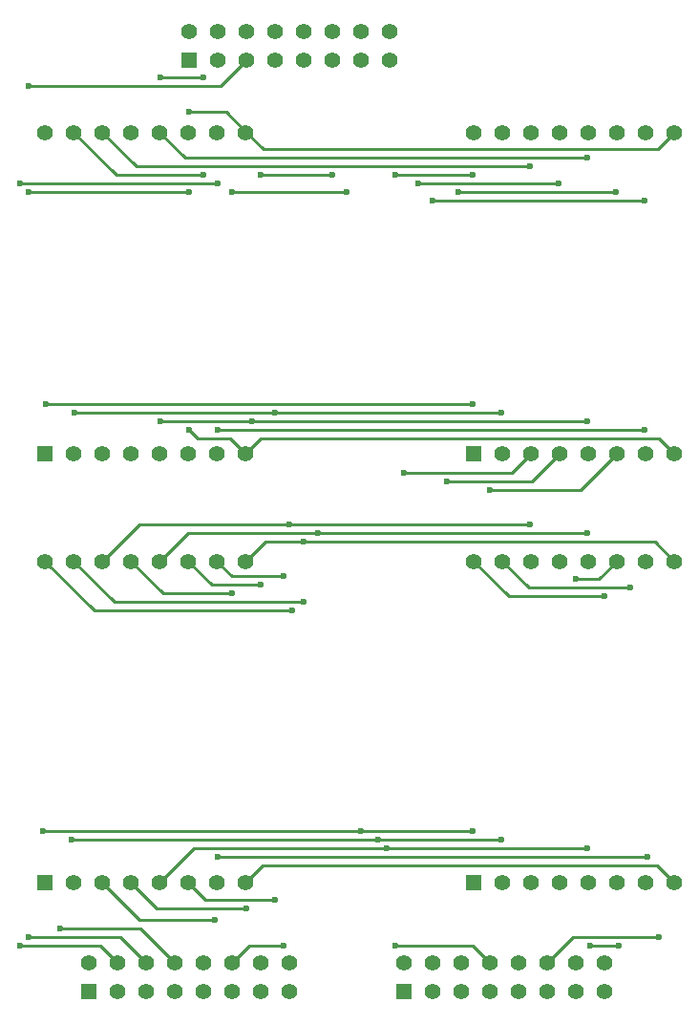
<source format=gbr>
G04 #@! TF.FileFunction,Copper,L1,Top,Signal*
%FSLAX46Y46*%
G04 Gerber Fmt 4.6, Leading zero omitted, Abs format (unit mm)*
G04 Created by KiCad (PCBNEW 4.0.7) date 05/27/21 16:33:05*
%MOMM*%
%LPD*%
G01*
G04 APERTURE LIST*
%ADD10C,0.100000*%
%ADD11R,1.400000X1.400000*%
%ADD12C,1.400000*%
%ADD13C,0.600000*%
%ADD14C,0.250000*%
G04 APERTURE END LIST*
D10*
D11*
X63972000Y-138908000D03*
D12*
X63972000Y-136368000D03*
X66512000Y-138908000D03*
X66512000Y-136368000D03*
X69052000Y-138908000D03*
X69052000Y-136368000D03*
X71592000Y-138908000D03*
X71592000Y-136368000D03*
X74132000Y-138908000D03*
X74132000Y-136368000D03*
X76672000Y-138908000D03*
X76672000Y-136368000D03*
X79212000Y-138908000D03*
X79212000Y-136368000D03*
X81752000Y-138908000D03*
X81752000Y-136368000D03*
D11*
X91912000Y-138908000D03*
D12*
X91912000Y-136368000D03*
X94452000Y-138908000D03*
X94452000Y-136368000D03*
X96992000Y-138908000D03*
X96992000Y-136368000D03*
X99532000Y-138908000D03*
X99532000Y-136368000D03*
X102072000Y-138908000D03*
X102072000Y-136368000D03*
X104612000Y-138908000D03*
X104612000Y-136368000D03*
X107152000Y-138908000D03*
X107152000Y-136368000D03*
X109692000Y-138908000D03*
X109692000Y-136368000D03*
D11*
X72862000Y-56358000D03*
D12*
X72862000Y-53818000D03*
X75402000Y-56358000D03*
X75402000Y-53818000D03*
X77942000Y-56358000D03*
X77942000Y-53818000D03*
X80482000Y-56358000D03*
X80482000Y-53818000D03*
X83022000Y-56358000D03*
X83022000Y-53818000D03*
X85562000Y-56358000D03*
X85562000Y-53818000D03*
X88102000Y-56358000D03*
X88102000Y-53818000D03*
X90642000Y-56358000D03*
X90642000Y-53818000D03*
D11*
X60110000Y-91250000D03*
D12*
X62650000Y-91250000D03*
X65190000Y-91250000D03*
X67730000Y-91250000D03*
X70270000Y-91250000D03*
X72810000Y-91250000D03*
X75350000Y-91250000D03*
X77890000Y-91250000D03*
X77890000Y-62750000D03*
X75350000Y-62750000D03*
X72810000Y-62750000D03*
X70270000Y-62750000D03*
X67730000Y-62750000D03*
X65190000Y-62750000D03*
X62650000Y-62750000D03*
X60110000Y-62750000D03*
D11*
X60110000Y-129250000D03*
D12*
X62650000Y-129250000D03*
X65190000Y-129250000D03*
X67730000Y-129250000D03*
X70270000Y-129250000D03*
X72810000Y-129250000D03*
X75350000Y-129250000D03*
X77890000Y-129250000D03*
X77890000Y-100750000D03*
X75350000Y-100750000D03*
X72810000Y-100750000D03*
X70270000Y-100750000D03*
X67730000Y-100750000D03*
X65190000Y-100750000D03*
X62650000Y-100750000D03*
X60110000Y-100750000D03*
D11*
X98110000Y-91250000D03*
D12*
X100650000Y-91250000D03*
X103190000Y-91250000D03*
X105730000Y-91250000D03*
X108270000Y-91250000D03*
X110810000Y-91250000D03*
X113350000Y-91250000D03*
X115890000Y-91250000D03*
X115890000Y-62750000D03*
X113350000Y-62750000D03*
X110810000Y-62750000D03*
X108270000Y-62750000D03*
X105730000Y-62750000D03*
X103190000Y-62750000D03*
X100650000Y-62750000D03*
X98110000Y-62750000D03*
D11*
X98110000Y-129250000D03*
D12*
X100650000Y-129250000D03*
X103190000Y-129250000D03*
X105730000Y-129250000D03*
X108270000Y-129250000D03*
X110810000Y-129250000D03*
X113350000Y-129250000D03*
X115890000Y-129250000D03*
X115890000Y-100750000D03*
X113350000Y-100750000D03*
X110810000Y-100750000D03*
X108270000Y-100750000D03*
X105730000Y-100750000D03*
X103190000Y-100750000D03*
X100650000Y-100750000D03*
X98110000Y-100750000D03*
D13*
X75402000Y-67280000D03*
X57876000Y-67280000D03*
X57876000Y-134844000D03*
X72862000Y-68042000D03*
X58638000Y-68042000D03*
X58638000Y-134082000D03*
X74132000Y-66518000D03*
X61432000Y-133320000D03*
X76672000Y-103602000D03*
X75148000Y-132558000D03*
X77942000Y-131542000D03*
X81244000Y-102078000D03*
X81244000Y-134844000D03*
X80482000Y-130780000D03*
X79212000Y-102840000D03*
X83022000Y-104364000D03*
X82006000Y-105126000D03*
X105628000Y-67280000D03*
X93182000Y-67280000D03*
X91912000Y-92934000D03*
X95722000Y-93696000D03*
X113248000Y-68804000D03*
X94452000Y-68804000D03*
X99532000Y-94458000D03*
X110708000Y-68042000D03*
X96738000Y-68042000D03*
X91150000Y-134844000D03*
X98008000Y-66518000D03*
X91150000Y-66518000D03*
X114518000Y-134082000D03*
X110962000Y-134844000D03*
X108422000Y-134844000D03*
X107152000Y-102332000D03*
X111978000Y-103094000D03*
X109692000Y-103856000D03*
X72862000Y-60930000D03*
X103088000Y-65756000D03*
X72862000Y-89124000D03*
X108168000Y-64994000D03*
X70322000Y-57882000D03*
X74132000Y-57882000D03*
X58638000Y-58644000D03*
X98008000Y-86838000D03*
X60162000Y-86838000D03*
X113248000Y-89124000D03*
X75402000Y-89124000D03*
X80482000Y-87600000D03*
X100548000Y-87600000D03*
X62702000Y-87600000D03*
X78450000Y-88362000D03*
X108168000Y-88362000D03*
X70322000Y-88362000D03*
X83022000Y-99030000D03*
X81752000Y-97506000D03*
X103088000Y-97506000D03*
X85562000Y-66518000D03*
X79212000Y-66518000D03*
X84292000Y-98268000D03*
X108168000Y-98268000D03*
X88102000Y-124684000D03*
X98008000Y-124684000D03*
X59908000Y-124684000D03*
X86832000Y-68042000D03*
X76672000Y-68042000D03*
X113502000Y-126970000D03*
X75402000Y-126970000D03*
X89626000Y-125446000D03*
X62448000Y-125446000D03*
X100548000Y-125446000D03*
X90388000Y-126208000D03*
X108168000Y-126208000D03*
D14*
X57876000Y-67280000D02*
X75402000Y-67280000D01*
X66512000Y-136368000D02*
X64988000Y-134844000D01*
X64988000Y-134844000D02*
X57876000Y-134844000D01*
X58638000Y-134082000D02*
X66766000Y-134082000D01*
X66766000Y-134082000D02*
X69052000Y-136368000D01*
X58638000Y-68042000D02*
X72862000Y-68042000D01*
X74132000Y-66518000D02*
X66418000Y-66518000D01*
X66418000Y-66518000D02*
X62650000Y-62750000D01*
X61432000Y-133320000D02*
X68544000Y-133320000D01*
X68544000Y-133320000D02*
X71592000Y-136368000D01*
X76672000Y-103602000D02*
X70582000Y-103602000D01*
X70582000Y-103602000D02*
X67730000Y-100750000D01*
X75148000Y-132558000D02*
X68498000Y-132558000D01*
X68498000Y-132558000D02*
X65190000Y-129250000D01*
X77942000Y-131542000D02*
X70022000Y-131542000D01*
X70022000Y-131542000D02*
X67730000Y-129250000D01*
X81244000Y-134844000D02*
X78196000Y-134844000D01*
X78196000Y-134844000D02*
X76672000Y-136368000D01*
X81244000Y-102078000D02*
X76678000Y-102078000D01*
X76678000Y-102078000D02*
X75350000Y-100750000D01*
X80482000Y-130780000D02*
X74340000Y-130780000D01*
X74340000Y-130780000D02*
X72810000Y-129250000D01*
X79212000Y-102840000D02*
X74900000Y-102840000D01*
X74900000Y-102840000D02*
X72810000Y-100750000D01*
X83022000Y-104364000D02*
X66264000Y-104364000D01*
X66264000Y-104364000D02*
X62650000Y-100750000D01*
X82006000Y-105126000D02*
X64486000Y-105126000D01*
X64486000Y-105126000D02*
X60110000Y-100750000D01*
X93182000Y-67280000D02*
X105628000Y-67280000D01*
X91912000Y-92934000D02*
X101506000Y-92934000D01*
X101506000Y-92934000D02*
X103190000Y-91250000D01*
X95722000Y-93696000D02*
X103284000Y-93696000D01*
X103284000Y-93696000D02*
X105730000Y-91250000D01*
X94452000Y-68804000D02*
X113248000Y-68804000D01*
X99532000Y-94458000D02*
X107602000Y-94458000D01*
X107602000Y-94458000D02*
X110810000Y-91250000D01*
X96738000Y-68042000D02*
X110708000Y-68042000D01*
X98008000Y-134844000D02*
X99532000Y-136368000D01*
X91150000Y-134844000D02*
X98008000Y-134844000D01*
X91150000Y-66518000D02*
X98008000Y-66518000D01*
X114518000Y-134082000D02*
X106898000Y-134082000D01*
X106898000Y-134082000D02*
X104612000Y-136368000D01*
X108422000Y-134844000D02*
X110962000Y-134844000D01*
X107152000Y-102332000D02*
X109228000Y-102332000D01*
X109228000Y-102332000D02*
X110810000Y-100750000D01*
X111978000Y-103094000D02*
X102994000Y-103094000D01*
X102994000Y-103094000D02*
X100650000Y-100750000D01*
X109692000Y-103856000D02*
X101216000Y-103856000D01*
X101216000Y-103856000D02*
X98110000Y-100750000D01*
X77890000Y-62750000D02*
X77890000Y-62656000D01*
X77890000Y-62656000D02*
X76164000Y-60930000D01*
X76164000Y-60930000D02*
X72862000Y-60930000D01*
X77890000Y-62750000D02*
X77984000Y-62750000D01*
X77984000Y-62750000D02*
X79466000Y-64232000D01*
X79466000Y-64232000D02*
X114408000Y-64232000D01*
X114408000Y-64232000D02*
X115890000Y-62750000D01*
X103088000Y-65756000D02*
X68196000Y-65756000D01*
X68196000Y-65756000D02*
X65190000Y-62750000D01*
X76526000Y-89886000D02*
X77890000Y-91250000D01*
X73624000Y-89886000D02*
X76526000Y-89886000D01*
X72862000Y-89124000D02*
X73624000Y-89886000D01*
X77890000Y-91250000D02*
X77890000Y-91208000D01*
X77890000Y-91208000D02*
X79212000Y-89886000D01*
X79212000Y-89886000D02*
X114526000Y-89886000D01*
X114526000Y-89886000D02*
X115890000Y-91250000D01*
X108168000Y-64994000D02*
X72514000Y-64994000D01*
X72514000Y-64994000D02*
X70270000Y-62750000D01*
X74132000Y-57882000D02*
X70322000Y-57882000D01*
X58638000Y-58644000D02*
X75656000Y-58644000D01*
X75656000Y-58644000D02*
X77942000Y-56358000D01*
X60162000Y-86838000D02*
X98008000Y-86838000D01*
X75402000Y-89124000D02*
X113248000Y-89124000D01*
X62702000Y-87600000D02*
X80482000Y-87600000D01*
X80482000Y-87600000D02*
X100548000Y-87600000D01*
X70322000Y-88362000D02*
X78450000Y-88362000D01*
X78450000Y-88362000D02*
X108168000Y-88362000D01*
X79610000Y-99030000D02*
X77890000Y-100750000D01*
X79610000Y-99030000D02*
X83022000Y-99030000D01*
X83022000Y-99030000D02*
X114170000Y-99030000D01*
X114170000Y-99030000D02*
X115890000Y-100750000D01*
X81752000Y-97506000D02*
X68434000Y-97506000D01*
X68434000Y-97506000D02*
X65190000Y-100750000D01*
X81752000Y-97506000D02*
X103088000Y-97506000D01*
X79212000Y-66518000D02*
X85562000Y-66518000D01*
X79408000Y-127732000D02*
X114372000Y-127732000D01*
X114372000Y-127732000D02*
X115890000Y-129250000D01*
X79408000Y-127732000D02*
X77890000Y-129250000D01*
X84292000Y-98268000D02*
X72752000Y-98268000D01*
X72752000Y-98268000D02*
X70270000Y-100750000D01*
X84292000Y-98268000D02*
X108168000Y-98268000D01*
X59908000Y-124684000D02*
X88102000Y-124684000D01*
X88102000Y-124684000D02*
X98008000Y-124684000D01*
X76672000Y-68042000D02*
X86832000Y-68042000D01*
X75402000Y-126970000D02*
X113502000Y-126970000D01*
X62448000Y-125446000D02*
X89626000Y-125446000D01*
X89626000Y-125446000D02*
X100548000Y-125446000D01*
X90388000Y-126208000D02*
X73312000Y-126208000D01*
X73312000Y-126208000D02*
X70270000Y-129250000D01*
X90388000Y-126208000D02*
X108168000Y-126208000D01*
M02*

</source>
